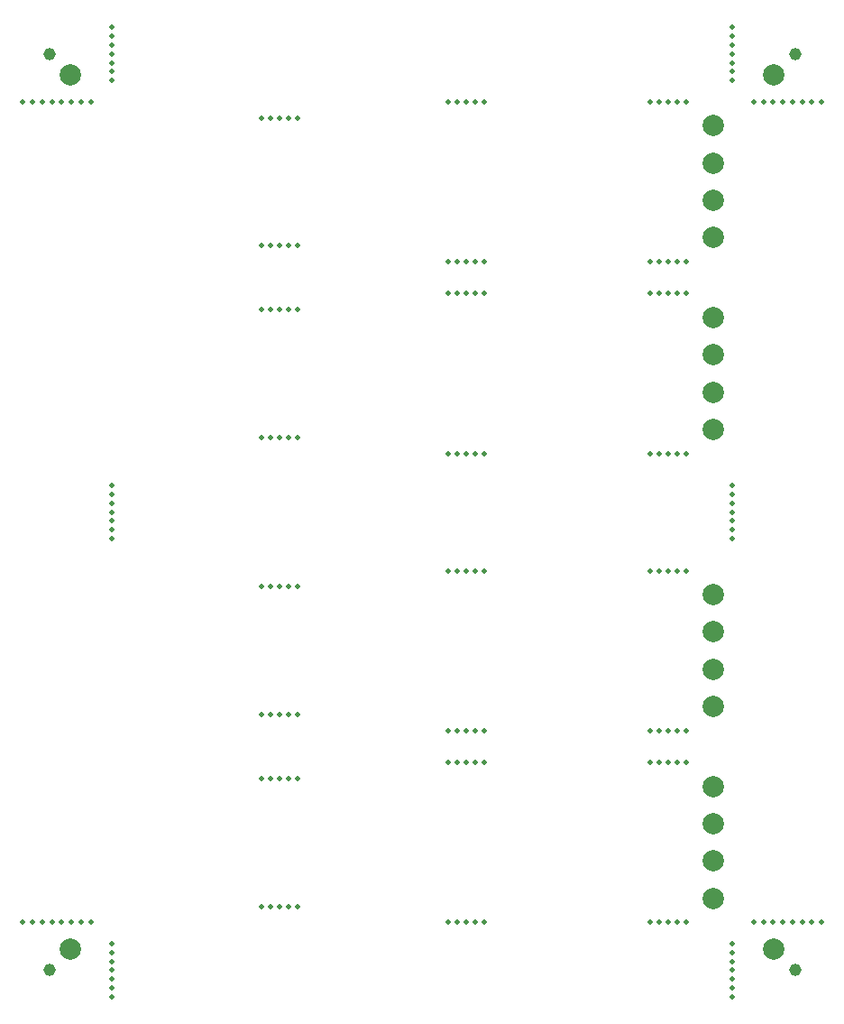
<source format=gbs>
G04 #@! TF.GenerationSoftware,KiCad,Pcbnew,8.0.1*
G04 #@! TF.CreationDate,2025-03-12T15:21:45+01:00*
G04 #@! TF.ProjectId,panel_E,70616e65-6c5f-4452-9e6b-696361645f70,E*
G04 #@! TF.SameCoordinates,Original*
G04 #@! TF.FileFunction,Soldermask,Bot*
G04 #@! TF.FilePolarity,Negative*
%FSLAX46Y46*%
G04 Gerber Fmt 4.6, Leading zero omitted, Abs format (unit mm)*
G04 Created by KiCad (PCBNEW 8.0.1) date 2025-03-12 15:21:45*
%MOMM*%
%LPD*%
G01*
G04 APERTURE LIST*
%ADD10C,0.500000*%
%ADD11C,1.152000*%
%ADD12C,2.000000*%
G04 APERTURE END LIST*
D10*
G04 #@! TO.C,KiKit_MB_25_2*
X8375000Y-43833333D03*
G04 #@! TD*
G04 #@! TO.C,KiKit_MB_32_4*
X2732143Y-84000000D03*
G04 #@! TD*
G04 #@! TO.C,KiKit_MB_10_5*
X62326001Y-25000031D03*
G04 #@! TD*
G04 #@! TO.C,KiKit_MB_30_3*
X66625000Y-87666666D03*
G04 #@! TD*
G04 #@! TO.C,KiKit_MB_19_3*
X41625000Y-84000000D03*
G04 #@! TD*
G04 #@! TO.C,KiKit_MB_28_1*
X66625000Y0D03*
G04 #@! TD*
G04 #@! TO.C,KiKit_MB_19_4*
X40774500Y-84000000D03*
G04 #@! TD*
G04 #@! TO.C,KiKit_MB_23_4*
X24975498Y-70500195D03*
G04 #@! TD*
G04 #@! TO.C,KiKit_MB_6_5*
X22423998Y-20499837D03*
G04 #@! TD*
G04 #@! TO.C,KiKit_MB_4_4*
X61475502Y-7000042D03*
G04 #@! TD*
G04 #@! TO.C,KiKit_MB_8_4*
X42475502Y-25000254D03*
G04 #@! TD*
G04 #@! TO.C,KiKit_MB_17_2*
X23274498Y-52500173D03*
G04 #@! TD*
G04 #@! TO.C,KiKit_MB_13_1*
X43325999Y-66000000D03*
G04 #@! TD*
G04 #@! TO.C,KiKit_MB_14_2*
X40774502Y-51000274D03*
G04 #@! TD*
G04 #@! TO.C,KiKit_MB_18_2*
X24975498Y-64499804D03*
G04 #@! TD*
D11*
G04 #@! TO.C,KiKit_TO_4*
X72500000Y-88500000D03*
G04 #@! TD*
D10*
G04 #@! TO.C,KiKit_MB_29_4*
X8375000Y-88500000D03*
G04 #@! TD*
G04 #@! TO.C,KiKit_MB_34_6*
X73178571Y-84000000D03*
G04 #@! TD*
G04 #@! TO.C,KiKit_MB_30_5*
X66625000Y-89333333D03*
G04 #@! TD*
G04 #@! TO.C,KiKit_MB_11_5*
X25825998Y-26500206D03*
G04 #@! TD*
D12*
G04 #@! TO.C,0-J2*
X64875000Y-9250000D03*
G04 #@! TD*
G04 #@! TO.C,2-J3*
X64875000Y-56750000D03*
G04 #@! TD*
G04 #@! TO.C,3-J4*
X64875000Y-78250000D03*
G04 #@! TD*
D10*
G04 #@! TO.C,KiKit_MB_34_3*
X70446428Y-84000000D03*
G04 #@! TD*
D12*
G04 #@! TO.C,3-J5*
X64875000Y-81750000D03*
G04 #@! TD*
D10*
G04 #@! TO.C,KiKit_MB_17_5*
X25825998Y-52500206D03*
G04 #@! TD*
G04 #@! TO.C,KiKit_MB_29_2*
X8375000Y-86833333D03*
G04 #@! TD*
G04 #@! TO.C,KiKit_MB_8_2*
X40774502Y-25000274D03*
G04 #@! TD*
G04 #@! TO.C,KiKit_MB_5_3*
X24124998Y-8500185D03*
G04 #@! TD*
G04 #@! TO.C,KiKit_MB_22_2*
X59774502Y-69000060D03*
G04 #@! TD*
G04 #@! TO.C,KiKit_MB_28_6*
X66625000Y-4166667D03*
G04 #@! TD*
G04 #@! TO.C,KiKit_MB_30_6*
X66625000Y-90166666D03*
G04 #@! TD*
G04 #@! TO.C,KiKit_MB_32_3*
X1821429Y-84000000D03*
G04 #@! TD*
G04 #@! TO.C,KiKit_MB_18_4*
X23274498Y-64499826D03*
G04 #@! TD*
G04 #@! TO.C,KiKit_MB_19_2*
X42475499Y-84000000D03*
G04 #@! TD*
G04 #@! TO.C,KiKit_MB_7_2*
X42475499Y-40000000D03*
G04 #@! TD*
D12*
G04 #@! TO.C,3-J2*
X64875000Y-71250000D03*
G04 #@! TD*
D10*
G04 #@! TO.C,KiKit_MB_15_5*
X58924000Y-66000000D03*
G04 #@! TD*
G04 #@! TO.C,KiKit_MB_10_1*
X58924002Y-25000069D03*
G04 #@! TD*
G04 #@! TO.C,KiKit_MB_6_2*
X24975498Y-20499804D03*
G04 #@! TD*
G04 #@! TO.C,KiKit_MB_9_2*
X61475499Y-40000000D03*
G04 #@! TD*
G04 #@! TO.C,KiKit_MB_25_6*
X8375000Y-47166666D03*
G04 #@! TD*
G04 #@! TO.C,KiKit_MB_5_1*
X22423998Y-8500163D03*
G04 #@! TD*
G04 #@! TO.C,KiKit_MB_14_5*
X43326001Y-51000245D03*
G04 #@! TD*
G04 #@! TO.C,KiKit_MB_33_6*
X73178571Y-7000000D03*
G04 #@! TD*
G04 #@! TO.C,KiKit_MB_3_2*
X61475499Y-22000000D03*
G04 #@! TD*
G04 #@! TO.C,KiKit_MB_18_1*
X25825998Y-64499793D03*
G04 #@! TD*
G04 #@! TO.C,KiKit_MB_24_4*
X23274498Y-82499826D03*
G04 #@! TD*
G04 #@! TO.C,KiKit_MB_9_1*
X62325999Y-40000000D03*
G04 #@! TD*
G04 #@! TO.C,KiKit_MB_9_5*
X58924000Y-40000000D03*
G04 #@! TD*
G04 #@! TO.C,KiKit_MB_12_3*
X24124998Y-38499815D03*
G04 #@! TD*
G04 #@! TO.C,KiKit_MB_3_1*
X62325999Y-22000000D03*
G04 #@! TD*
G04 #@! TO.C,KiKit_MB_30_2*
X66625000Y-86833333D03*
G04 #@! TD*
D12*
G04 #@! TO.C,1-J5*
X64875000Y-37750000D03*
G04 #@! TD*
D10*
G04 #@! TO.C,KiKit_MB_33_5*
X72267857Y-7000000D03*
G04 #@! TD*
G04 #@! TO.C,KiKit_MB_1_4*
X40774500Y-22000000D03*
G04 #@! TD*
G04 #@! TO.C,KiKit_MB_1_5*
X39924000Y-22000000D03*
G04 #@! TD*
G04 #@! TO.C,KiKit_MB_29_7*
X8375000Y-91000000D03*
G04 #@! TD*
G04 #@! TO.C,KiKit_MB_33_4*
X71357142Y-7000000D03*
G04 #@! TD*
G04 #@! TO.C,KiKit_MB_13_4*
X40774500Y-66000000D03*
G04 #@! TD*
G04 #@! TO.C,KiKit_MB_7_1*
X43325999Y-40000000D03*
G04 #@! TD*
G04 #@! TO.C,KiKit_MB_16_2*
X59774502Y-51000060D03*
G04 #@! TD*
G04 #@! TO.C,KiKit_MB_26_2*
X66625000Y-43833333D03*
G04 #@! TD*
D12*
G04 #@! TO.C,3-J3*
X64875000Y-74750000D03*
G04 #@! TD*
G04 #@! TO.C,0-J4*
X64875000Y-16250000D03*
G04 #@! TD*
D10*
G04 #@! TO.C,KiKit_MB_25_1*
X8375000Y-43000000D03*
G04 #@! TD*
G04 #@! TO.C,KiKit_MB_31_4*
X2732143Y-7000000D03*
G04 #@! TD*
G04 #@! TO.C,KiKit_MB_15_3*
X60625000Y-66000000D03*
G04 #@! TD*
G04 #@! TO.C,KiKit_MB_31_8*
X6375000Y-7000000D03*
G04 #@! TD*
G04 #@! TO.C,KiKit_MB_23_3*
X24124998Y-70500184D03*
G04 #@! TD*
G04 #@! TO.C,KiKit_MB_27_4*
X8375000Y-2500000D03*
G04 #@! TD*
G04 #@! TO.C,KiKit_MB_25_7*
X8375000Y-48000000D03*
G04 #@! TD*
G04 #@! TO.C,KiKit_MB_26_7*
X66625000Y-48000000D03*
G04 #@! TD*
G04 #@! TO.C,KiKit_MB_34_1*
X68625000Y-84000000D03*
G04 #@! TD*
G04 #@! TO.C,KiKit_MB_31_7*
X5464286Y-7000000D03*
G04 #@! TD*
G04 #@! TO.C,KiKit_MB_11_3*
X24124998Y-26500184D03*
G04 #@! TD*
G04 #@! TO.C,KiKit_MB_34_5*
X72267857Y-84000000D03*
G04 #@! TD*
G04 #@! TO.C,KiKit_MB_7_4*
X40774500Y-40000000D03*
G04 #@! TD*
G04 #@! TO.C,KiKit_MB_22_4*
X61475502Y-69000041D03*
G04 #@! TD*
G04 #@! TO.C,KiKit_MB_27_2*
X8375000Y-833334D03*
G04 #@! TD*
G04 #@! TO.C,KiKit_MB_22_3*
X60625002Y-69000050D03*
G04 #@! TD*
G04 #@! TO.C,KiKit_MB_8_1*
X39924002Y-25000283D03*
G04 #@! TD*
G04 #@! TO.C,KiKit_MB_25_5*
X8375000Y-46333333D03*
G04 #@! TD*
G04 #@! TO.C,KiKit_MB_7_3*
X41625000Y-40000000D03*
G04 #@! TD*
G04 #@! TO.C,KiKit_MB_12_5*
X22423998Y-38499837D03*
G04 #@! TD*
G04 #@! TO.C,KiKit_MB_33_7*
X74089285Y-7000000D03*
G04 #@! TD*
G04 #@! TO.C,KiKit_MB_21_5*
X58924000Y-84000000D03*
G04 #@! TD*
G04 #@! TO.C,KiKit_MB_20_4*
X42475502Y-69000254D03*
G04 #@! TD*
G04 #@! TO.C,KiKit_MB_26_1*
X66625000Y-43000000D03*
G04 #@! TD*
G04 #@! TO.C,KiKit_MB_28_2*
X66625000Y-833334D03*
G04 #@! TD*
G04 #@! TO.C,KiKit_MB_28_5*
X66625000Y-3333334D03*
G04 #@! TD*
G04 #@! TO.C,KiKit_MB_10_2*
X59774502Y-25000060D03*
G04 #@! TD*
G04 #@! TO.C,KiKit_MB_14_4*
X42475502Y-51000254D03*
G04 #@! TD*
G04 #@! TO.C,KiKit_MB_28_4*
X66625000Y-2500000D03*
G04 #@! TD*
G04 #@! TO.C,KiKit_MB_21_3*
X60625000Y-84000000D03*
G04 #@! TD*
G04 #@! TO.C,KiKit_MB_26_3*
X66625000Y-44666666D03*
G04 #@! TD*
G04 #@! TO.C,KiKit_MB_27_1*
X8375000Y0D03*
G04 #@! TD*
G04 #@! TO.C,KiKit_MB_22_1*
X58924002Y-69000069D03*
G04 #@! TD*
G04 #@! TO.C,KiKit_MB_15_2*
X61475499Y-66000000D03*
G04 #@! TD*
G04 #@! TO.C,KiKit_MB_23_2*
X23274498Y-70500173D03*
G04 #@! TD*
G04 #@! TO.C,KiKit_MB_30_1*
X66625000Y-86000000D03*
G04 #@! TD*
G04 #@! TO.C,KiKit_MB_22_5*
X62326001Y-69000031D03*
G04 #@! TD*
G04 #@! TO.C,KiKit_MB_4_3*
X60625002Y-7000051D03*
G04 #@! TD*
D11*
G04 #@! TO.C,KiKit_TO_3*
X2500000Y-88500000D03*
G04 #@! TD*
D10*
G04 #@! TO.C,KiKit_MB_20_2*
X40774502Y-69000274D03*
G04 #@! TD*
G04 #@! TO.C,KiKit_MB_29_3*
X8375000Y-87666666D03*
G04 #@! TD*
G04 #@! TO.C,KiKit_MB_26_4*
X66625000Y-45500000D03*
G04 #@! TD*
G04 #@! TO.C,KiKit_MB_11_1*
X22423998Y-26500162D03*
G04 #@! TD*
G04 #@! TO.C,KiKit_MB_25_4*
X8375000Y-45500000D03*
G04 #@! TD*
G04 #@! TO.C,KiKit_MB_18_5*
X22423998Y-64499837D03*
G04 #@! TD*
G04 #@! TO.C,KiKit_MB_29_5*
X8375000Y-89333333D03*
G04 #@! TD*
G04 #@! TO.C,KiKit_MB_31_6*
X4553572Y-7000000D03*
G04 #@! TD*
G04 #@! TO.C,KiKit_MB_2_4*
X42475502Y-7000255D03*
G04 #@! TD*
G04 #@! TO.C,KiKit_MB_13_3*
X41625000Y-66000000D03*
G04 #@! TD*
G04 #@! TO.C,KiKit_MB_1_2*
X42475499Y-22000000D03*
G04 #@! TD*
G04 #@! TO.C,KiKit_MB_34_4*
X71357142Y-84000000D03*
G04 #@! TD*
G04 #@! TO.C,KiKit_MB_25_3*
X8375000Y-44666666D03*
G04 #@! TD*
G04 #@! TO.C,KiKit_MB_3_3*
X60625000Y-22000000D03*
G04 #@! TD*
G04 #@! TO.C,KiKit_MB_20_3*
X41625002Y-69000264D03*
G04 #@! TD*
G04 #@! TO.C,KiKit_MB_32_8*
X6375000Y-84000000D03*
G04 #@! TD*
G04 #@! TO.C,KiKit_MB_26_6*
X66625000Y-47166666D03*
G04 #@! TD*
G04 #@! TO.C,KiKit_MB_12_4*
X23274498Y-38499826D03*
G04 #@! TD*
D12*
G04 #@! TO.C,1-J4*
X64875000Y-34250000D03*
G04 #@! TD*
D10*
G04 #@! TO.C,KiKit_MB_23_1*
X22423998Y-70500162D03*
G04 #@! TD*
G04 #@! TO.C,KiKit_MB_4_1*
X58924002Y-7000070D03*
G04 #@! TD*
D12*
G04 #@! TO.C,2-J2*
X64875000Y-53250000D03*
G04 #@! TD*
G04 #@! TO.C,0-J5*
X64875000Y-19750000D03*
G04 #@! TD*
D10*
G04 #@! TO.C,KiKit_MB_7_5*
X39924000Y-40000000D03*
G04 #@! TD*
G04 #@! TO.C,KiKit_MB_10_4*
X61475502Y-25000041D03*
G04 #@! TD*
G04 #@! TO.C,KiKit_MB_19_5*
X39924000Y-84000000D03*
G04 #@! TD*
G04 #@! TO.C,KiKit_MB_28_7*
X66625000Y-5000000D03*
G04 #@! TD*
G04 #@! TO.C,KiKit_MB_2_2*
X40774502Y-7000275D03*
G04 #@! TD*
G04 #@! TO.C,KiKit_MB_31_3*
X1821429Y-7000000D03*
G04 #@! TD*
G04 #@! TO.C,KiKit_MB_30_7*
X66625000Y-91000000D03*
G04 #@! TD*
G04 #@! TO.C,KiKit_MB_26_5*
X66625000Y-46333333D03*
G04 #@! TD*
G04 #@! TO.C,KiKit_MB_1_1*
X43325999Y-22000000D03*
G04 #@! TD*
G04 #@! TO.C,KiKit_MB_30_4*
X66625000Y-88500000D03*
G04 #@! TD*
G04 #@! TO.C,KiKit_MB_28_3*
X66625000Y-1666667D03*
G04 #@! TD*
G04 #@! TO.C,KiKit_MB_31_2*
X910715Y-7000000D03*
G04 #@! TD*
G04 #@! TO.C,KiKit_MB_32_5*
X3642858Y-84000000D03*
G04 #@! TD*
G04 #@! TO.C,KiKit_MB_27_3*
X8375000Y-1666667D03*
G04 #@! TD*
G04 #@! TO.C,KiKit_MB_12_1*
X25825998Y-38499793D03*
G04 #@! TD*
G04 #@! TO.C,KiKit_MB_5_4*
X24975498Y-8500196D03*
G04 #@! TD*
G04 #@! TO.C,KiKit_MB_21_4*
X59774500Y-84000000D03*
G04 #@! TD*
G04 #@! TO.C,KiKit_MB_6_3*
X24124998Y-20499815D03*
G04 #@! TD*
G04 #@! TO.C,KiKit_MB_8_5*
X43326001Y-25000245D03*
G04 #@! TD*
G04 #@! TO.C,KiKit_MB_2_5*
X43326001Y-7000246D03*
G04 #@! TD*
G04 #@! TO.C,KiKit_MB_21_1*
X62325999Y-84000000D03*
G04 #@! TD*
G04 #@! TO.C,KiKit_MB_6_1*
X25825998Y-20499793D03*
G04 #@! TD*
G04 #@! TO.C,KiKit_MB_19_1*
X43325999Y-84000000D03*
G04 #@! TD*
G04 #@! TO.C,KiKit_MB_8_3*
X41625002Y-25000264D03*
G04 #@! TD*
G04 #@! TO.C,KiKit_MB_1_3*
X41625000Y-22000000D03*
G04 #@! TD*
G04 #@! TO.C,KiKit_MB_27_7*
X8375000Y-5000000D03*
G04 #@! TD*
G04 #@! TO.C,KiKit_MB_18_3*
X24124998Y-64499815D03*
G04 #@! TD*
G04 #@! TO.C,KiKit_MB_32_1*
X0Y-84000000D03*
G04 #@! TD*
G04 #@! TO.C,KiKit_MB_13_5*
X39924000Y-66000000D03*
G04 #@! TD*
G04 #@! TO.C,KiKit_MB_32_7*
X5464286Y-84000000D03*
G04 #@! TD*
G04 #@! TO.C,KiKit_MB_16_1*
X58924002Y-51000069D03*
G04 #@! TD*
G04 #@! TO.C,KiKit_MB_4_5*
X62326001Y-7000032D03*
G04 #@! TD*
G04 #@! TO.C,KiKit_MB_20_1*
X39924002Y-69000283D03*
G04 #@! TD*
G04 #@! TO.C,KiKit_MB_15_4*
X59774500Y-66000000D03*
G04 #@! TD*
G04 #@! TO.C,KiKit_MB_10_3*
X60625002Y-25000050D03*
G04 #@! TD*
G04 #@! TO.C,KiKit_MB_13_2*
X42475499Y-66000000D03*
G04 #@! TD*
G04 #@! TO.C,KiKit_MB_27_5*
X8375000Y-3333334D03*
G04 #@! TD*
G04 #@! TO.C,KiKit_MB_2_1*
X39924002Y-7000284D03*
G04 #@! TD*
G04 #@! TO.C,KiKit_MB_34_7*
X74089285Y-84000000D03*
G04 #@! TD*
G04 #@! TO.C,KiKit_MB_5_5*
X25825998Y-8500207D03*
G04 #@! TD*
G04 #@! TO.C,KiKit_MB_24_5*
X22423998Y-82499837D03*
G04 #@! TD*
G04 #@! TO.C,KiKit_MB_16_3*
X60625002Y-51000050D03*
G04 #@! TD*
G04 #@! TO.C,KiKit_MB_9_4*
X59774500Y-40000000D03*
G04 #@! TD*
D11*
G04 #@! TO.C,KiKit_TO_1*
X2500000Y-2500000D03*
G04 #@! TD*
D10*
G04 #@! TO.C,KiKit_MB_3_5*
X58924000Y-22000000D03*
G04 #@! TD*
D12*
G04 #@! TO.C,0-J3*
X64875000Y-12750000D03*
G04 #@! TD*
D10*
G04 #@! TO.C,KiKit_MB_15_1*
X62325999Y-66000000D03*
G04 #@! TD*
G04 #@! TO.C,KiKit_MB_23_5*
X25825998Y-70500206D03*
G04 #@! TD*
G04 #@! TO.C,KiKit_MB_32_2*
X910715Y-84000000D03*
G04 #@! TD*
G04 #@! TO.C,KiKit_MB_16_4*
X61475502Y-51000041D03*
G04 #@! TD*
G04 #@! TO.C,KiKit_MB_4_2*
X59774502Y-7000061D03*
G04 #@! TD*
G04 #@! TO.C,KiKit_MB_21_2*
X61475499Y-84000000D03*
G04 #@! TD*
G04 #@! TO.C,KiKit_MB_34_2*
X69535714Y-84000000D03*
G04 #@! TD*
G04 #@! TO.C,KiKit_MB_24_2*
X24975498Y-82499804D03*
G04 #@! TD*
G04 #@! TO.C,KiKit_MB_12_2*
X24975498Y-38499804D03*
G04 #@! TD*
G04 #@! TO.C,KiKit_MB_24_3*
X24124998Y-82499815D03*
G04 #@! TD*
G04 #@! TO.C,KiKit_MB_34_8*
X75000000Y-84000000D03*
G04 #@! TD*
G04 #@! TO.C,KiKit_MB_17_1*
X22423998Y-52500162D03*
G04 #@! TD*
G04 #@! TO.C,KiKit_MB_5_2*
X23274498Y-8500174D03*
G04 #@! TD*
G04 #@! TO.C,KiKit_MB_27_6*
X8375000Y-4166667D03*
G04 #@! TD*
G04 #@! TO.C,KiKit_MB_17_3*
X24124998Y-52500184D03*
G04 #@! TD*
G04 #@! TO.C,KiKit_MB_9_3*
X60625000Y-40000000D03*
G04 #@! TD*
G04 #@! TO.C,KiKit_MB_31_5*
X3642858Y-7000000D03*
G04 #@! TD*
G04 #@! TO.C,KiKit_MB_16_5*
X62326001Y-51000031D03*
G04 #@! TD*
G04 #@! TO.C,KiKit_MB_33_1*
X68625000Y-7000000D03*
G04 #@! TD*
G04 #@! TO.C,KiKit_MB_6_4*
X23274498Y-20499826D03*
G04 #@! TD*
G04 #@! TO.C,KiKit_MB_31_1*
X0Y-7000000D03*
G04 #@! TD*
D12*
G04 #@! TO.C,1-J2*
X64875000Y-27250000D03*
G04 #@! TD*
D10*
G04 #@! TO.C,KiKit_MB_11_2*
X23274498Y-26500173D03*
G04 #@! TD*
G04 #@! TO.C,KiKit_MB_29_1*
X8375000Y-86000000D03*
G04 #@! TD*
G04 #@! TO.C,KiKit_MB_2_3*
X41625002Y-7000265D03*
G04 #@! TD*
G04 #@! TO.C,KiKit_MB_11_4*
X24975498Y-26500195D03*
G04 #@! TD*
D12*
G04 #@! TO.C,1-J3*
X64875000Y-30750000D03*
G04 #@! TD*
G04 #@! TO.C,2-J5*
X64875000Y-63750000D03*
G04 #@! TD*
D10*
G04 #@! TO.C,KiKit_MB_17_4*
X24975498Y-52500195D03*
G04 #@! TD*
G04 #@! TO.C,KiKit_MB_24_1*
X25825998Y-82499793D03*
G04 #@! TD*
D11*
G04 #@! TO.C,KiKit_TO_2*
X72500000Y-2500000D03*
G04 #@! TD*
D10*
G04 #@! TO.C,KiKit_MB_20_5*
X43326001Y-69000245D03*
G04 #@! TD*
G04 #@! TO.C,KiKit_MB_14_1*
X39924002Y-51000283D03*
G04 #@! TD*
D12*
G04 #@! TO.C,2-J4*
X64875000Y-60250000D03*
G04 #@! TD*
D10*
G04 #@! TO.C,KiKit_MB_33_3*
X70446428Y-7000000D03*
G04 #@! TD*
G04 #@! TO.C,KiKit_MB_32_6*
X4553572Y-84000000D03*
G04 #@! TD*
G04 #@! TO.C,KiKit_MB_33_8*
X75000000Y-7000000D03*
G04 #@! TD*
G04 #@! TO.C,KiKit_MB_3_4*
X59774500Y-22000000D03*
G04 #@! TD*
G04 #@! TO.C,KiKit_MB_14_3*
X41625002Y-51000264D03*
G04 #@! TD*
G04 #@! TO.C,KiKit_MB_33_2*
X69535714Y-7000000D03*
G04 #@! TD*
G04 #@! TO.C,KiKit_MB_29_6*
X8375000Y-90166666D03*
G04 #@! TD*
D12*
G04 #@! TO.C,KiKit_FID_B_1*
X4500000Y-4500000D03*
G04 #@! TD*
G04 #@! TO.C,KiKit_FID_B_3*
X4500000Y-86500000D03*
G04 #@! TD*
G04 #@! TO.C,KiKit_FID_B_4*
X70500000Y-86500000D03*
G04 #@! TD*
G04 #@! TO.C,KiKit_FID_B_2*
X70500000Y-4500000D03*
G04 #@! TD*
M02*

</source>
